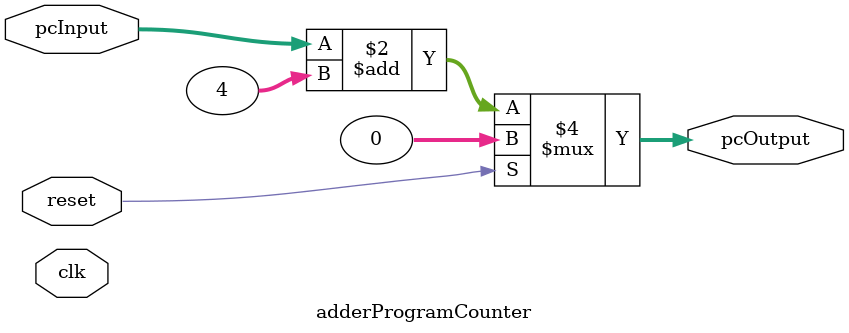
<source format=sv>
module adderProgramCounter(
    input logic clk,
    input logic reset,
    input logic [31:0] pcInput,
    output logic [31:0] pcOutput
);

always_comb begin

    if(reset) begin
        pcOutput <= 0;
    end

    else begin
        pcOutput <= pcInput + 4;
    end
    
end

endmodule
</source>
